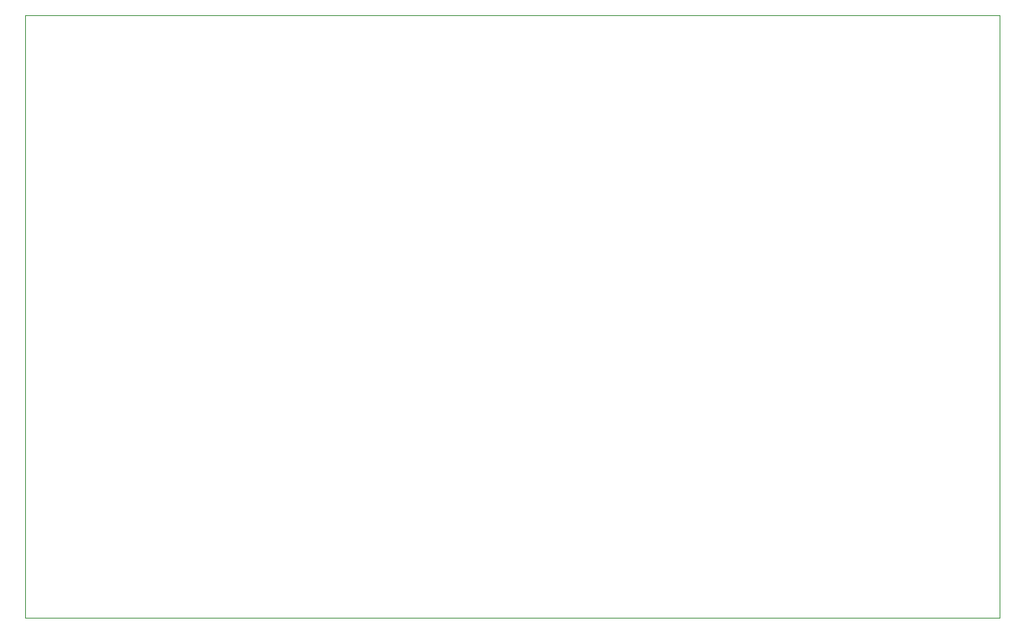
<source format=gbr>
%TF.GenerationSoftware,KiCad,Pcbnew,(6.0.0)*%
%TF.CreationDate,2022-03-31T09:21:52+03:00*%
%TF.ProjectId,FirePrevention,46697265-5072-4657-9665-6e74696f6e2e,rev?*%
%TF.SameCoordinates,Original*%
%TF.FileFunction,Profile,NP*%
%FSLAX46Y46*%
G04 Gerber Fmt 4.6, Leading zero omitted, Abs format (unit mm)*
G04 Created by KiCad (PCBNEW (6.0.0)) date 2022-03-31 09:21:52*
%MOMM*%
%LPD*%
G01*
G04 APERTURE LIST*
%TA.AperFunction,Profile*%
%ADD10C,0.100000*%
%TD*%
G04 APERTURE END LIST*
D10*
X91100000Y-66500000D02*
X199300000Y-66500000D01*
X199300000Y-66500000D02*
X199300000Y-133400000D01*
X199300000Y-133400000D02*
X91100000Y-133400000D01*
X91100000Y-133400000D02*
X91100000Y-66500000D01*
M02*

</source>
